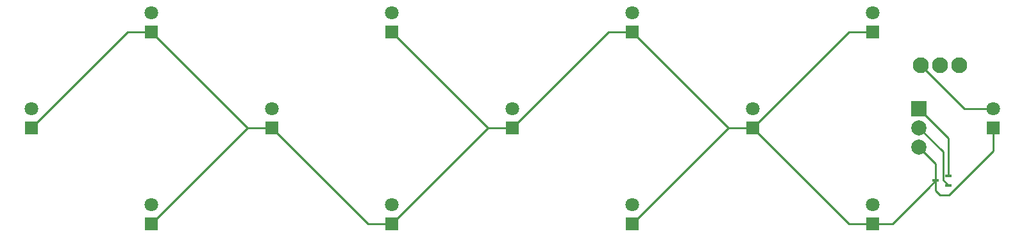
<source format=gbl>
%TF.GenerationSoftware,KiCad,Pcbnew,7.0.10*%
%TF.CreationDate,2024-10-31T16:23:13-04:00*%
%TF.ProjectId,segment,7365676d-656e-4742-9e6b-696361645f70,rev?*%
%TF.SameCoordinates,Original*%
%TF.FileFunction,Copper,L2,Bot*%
%TF.FilePolarity,Positive*%
%FSLAX46Y46*%
G04 Gerber Fmt 4.6, Leading zero omitted, Abs format (unit mm)*
G04 Created by KiCad (PCBNEW 7.0.10) date 2024-10-31 16:23:13*
%MOMM*%
%LPD*%
G01*
G04 APERTURE LIST*
%TA.AperFunction,ComponentPad*%
%ADD10R,1.800000X1.800000*%
%TD*%
%TA.AperFunction,ComponentPad*%
%ADD11C,1.800000*%
%TD*%
%TA.AperFunction,ComponentPad*%
%ADD12C,2.100000*%
%TD*%
%TA.AperFunction,ComponentPad*%
%ADD13R,2.010000X2.010000*%
%TD*%
%TA.AperFunction,ComponentPad*%
%ADD14C,2.010000*%
%TD*%
%TA.AperFunction,SMDPad,CuDef*%
%ADD15R,0.812800X0.406400*%
%TD*%
%TA.AperFunction,Conductor*%
%ADD16C,0.250000*%
%TD*%
G04 APERTURE END LIST*
D10*
%TO.P,D1,1,K*%
%TO.N,Net-(D1-K)*%
X60960000Y-104140000D03*
D11*
%TO.P,D1,2,A*%
%TO.N,Net-(D1-A)*%
X60960000Y-101600000D03*
%TD*%
D10*
%TO.P,D13,1,K*%
%TO.N,Net-(D1-K)*%
X187960000Y-104140000D03*
D11*
%TO.P,D13,2,A*%
%TO.N,Net-(D1-A)*%
X187960000Y-101600000D03*
%TD*%
D10*
%TO.P,D12,1,K*%
%TO.N,Net-(D1-K)*%
X172085000Y-91440000D03*
D11*
%TO.P,D12,2,A*%
%TO.N,Net-(D1-A)*%
X172085000Y-88900000D03*
%TD*%
D10*
%TO.P,D11,1,K*%
%TO.N,Net-(D1-K)*%
X156210000Y-104140000D03*
D11*
%TO.P,D11,2,A*%
%TO.N,Net-(D1-A)*%
X156210000Y-101600000D03*
%TD*%
D10*
%TO.P,D3,1,K*%
%TO.N,Net-(D1-K)*%
X76835000Y-91440000D03*
D11*
%TO.P,D3,2,A*%
%TO.N,Net-(D1-A)*%
X76835000Y-88900000D03*
%TD*%
D10*
%TO.P,D7,1,K*%
%TO.N,Net-(D1-K)*%
X140335000Y-116840000D03*
D11*
%TO.P,D7,2,A*%
%TO.N,Net-(D1-A)*%
X140335000Y-114300000D03*
%TD*%
D10*
%TO.P,D5,1,K*%
%TO.N,Net-(D1-K)*%
X92710000Y-104140000D03*
D11*
%TO.P,D5,2,A*%
%TO.N,Net-(D1-A)*%
X92710000Y-101600000D03*
%TD*%
D10*
%TO.P,D9,1,K*%
%TO.N,Net-(D1-K)*%
X140335000Y-91440000D03*
D11*
%TO.P,D9,2,A*%
%TO.N,Net-(D1-A)*%
X140335000Y-88900000D03*
%TD*%
D10*
%TO.P,D4,1,K*%
%TO.N,Net-(D1-K)*%
X76835000Y-116840000D03*
D11*
%TO.P,D4,2,A*%
%TO.N,Net-(D1-A)*%
X76835000Y-114300000D03*
%TD*%
D10*
%TO.P,D6,1,K*%
%TO.N,Net-(D1-K)*%
X108585000Y-91440000D03*
D11*
%TO.P,D6,2,A*%
%TO.N,Net-(D1-A)*%
X108585000Y-88900000D03*
%TD*%
D10*
%TO.P,D10,1,K*%
%TO.N,Net-(D1-K)*%
X172085000Y-116840000D03*
D11*
%TO.P,D10,2,A*%
%TO.N,Net-(D1-A)*%
X172085000Y-114300000D03*
%TD*%
D10*
%TO.P,D2,1,K*%
%TO.N,Net-(D1-K)*%
X108585000Y-116840000D03*
D11*
%TO.P,D2,2,A*%
%TO.N,Net-(D1-A)*%
X108585000Y-114300000D03*
%TD*%
D10*
%TO.P,D8,1,K*%
%TO.N,Net-(D1-K)*%
X124460000Y-104140000D03*
D11*
%TO.P,D8,2,A*%
%TO.N,Net-(D1-A)*%
X124460000Y-101600000D03*
%TD*%
D12*
%TO.P,J1,1*%
%TO.N,Net-(U1-D)*%
X183515000Y-95885000D03*
%TO.P,J1,2*%
%TO.N,Net-(U1-G)*%
X180975000Y-95885000D03*
%TO.P,J1,3*%
%TO.N,Net-(D1-A)*%
X178435000Y-95885000D03*
%TD*%
D13*
%TO.P,Q1,1*%
%TO.N,Net-(U1-G)*%
X178174500Y-101600000D03*
D14*
%TO.P,Q1,2*%
%TO.N,Net-(U1-D)*%
X178174500Y-104140000D03*
%TO.P,Q1,3*%
%TO.N,Net-(D1-K)*%
X178174500Y-106680000D03*
%TD*%
D15*
%TO.P,U1,1,G*%
%TO.N,Net-(U1-G)*%
X182092600Y-110490000D03*
%TO.P,U1,2,D*%
%TO.N,Net-(U1-D)*%
X182092600Y-111789998D03*
%TO.P,U1,3,S*%
%TO.N,Net-(D1-K)*%
X180390800Y-111139999D03*
%TD*%
D16*
%TO.N,Net-(D1-K)*%
X168910000Y-91440000D02*
X156210000Y-104140000D01*
X124460000Y-104140000D02*
X121285000Y-104140000D01*
X172085000Y-116840000D02*
X174690799Y-116840000D01*
X180975000Y-113030000D02*
X180390800Y-112445800D01*
X172085000Y-116840000D02*
X168910000Y-116840000D01*
X182112198Y-113030000D02*
X180975000Y-113030000D01*
X187960000Y-104140000D02*
X187960000Y-107182198D01*
X76835000Y-91440000D02*
X89535000Y-104140000D01*
X76835000Y-91440000D02*
X73660000Y-91440000D01*
X153035000Y-104140000D02*
X140335000Y-91440000D01*
X137160000Y-91440000D02*
X124460000Y-104140000D01*
X108585000Y-116840000D02*
X105410000Y-116840000D01*
X140335000Y-91440000D02*
X137160000Y-91440000D01*
X180390800Y-108896300D02*
X180390800Y-111139999D01*
X121285000Y-104140000D02*
X108585000Y-116840000D01*
X108585000Y-91440000D02*
X121285000Y-104140000D01*
X174690799Y-116840000D02*
X179420399Y-112110399D01*
X73660000Y-91440000D02*
X60960000Y-104140000D01*
X92710000Y-104140000D02*
X89535000Y-104140000D01*
X187960000Y-107182198D02*
X182112198Y-113030000D01*
X89535000Y-104140000D02*
X76835000Y-116840000D01*
X140335000Y-116840000D02*
X153035000Y-104140000D01*
X180390800Y-112445800D02*
X180390800Y-111139999D01*
X178174500Y-106680000D02*
X180390800Y-108896300D01*
X172085000Y-91440000D02*
X168910000Y-91440000D01*
X105410000Y-116840000D02*
X92710000Y-104140000D01*
X168910000Y-116840000D02*
X156210000Y-104140000D01*
X156210000Y-104140000D02*
X153035000Y-104140000D01*
X179420399Y-112110399D02*
X180390800Y-111139999D01*
%TO.N,Net-(D1-A)*%
X178435000Y-95885000D02*
X184150000Y-101600000D01*
X184150000Y-101600000D02*
X187960000Y-101600000D01*
%TO.N,Net-(U1-D)*%
X181361200Y-111058598D02*
X182092600Y-111789998D01*
X178174500Y-104140000D02*
X181361200Y-107326700D01*
X181361200Y-107326700D02*
X181361200Y-111058598D01*
%TO.N,Net-(U1-G)*%
X178174500Y-101600000D02*
X182092600Y-105518100D01*
X182092600Y-105518100D02*
X182092600Y-110490000D01*
%TD*%
M02*

</source>
